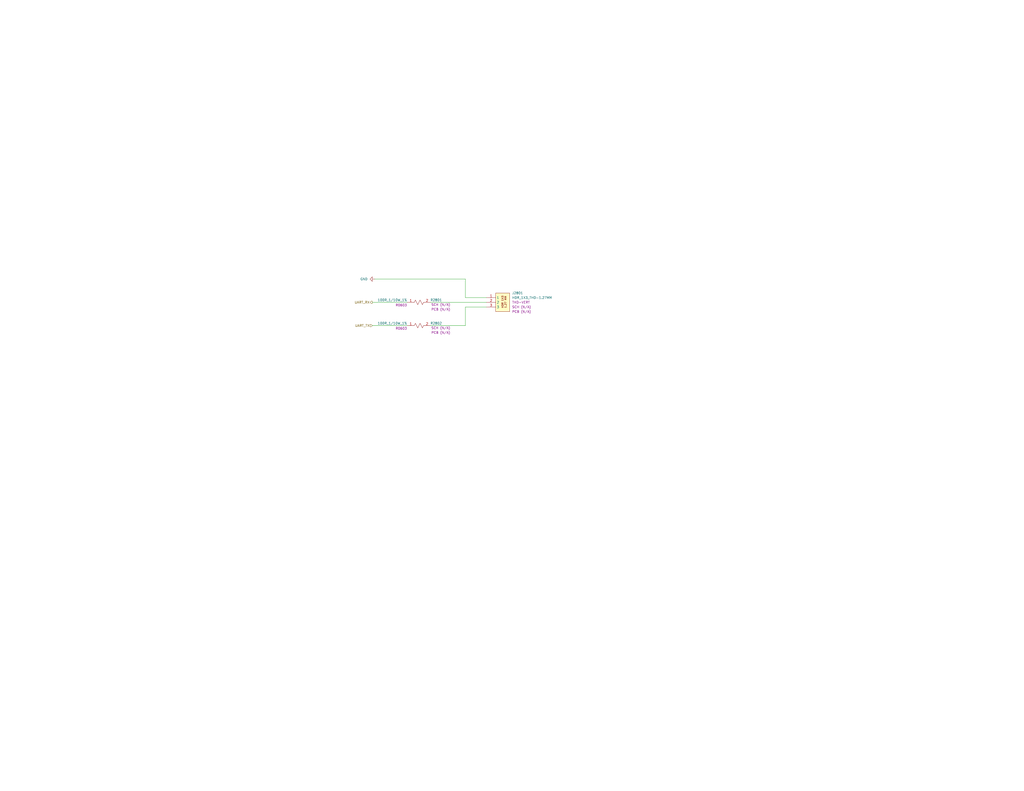
<source format=kicad_sch>
(kicad_sch (version 20231120) (generator "eeschema") (generator_version "8.0")
  (paper "C")
  (title_block (title "Quadcopter") (date "2024-03-17") (rev "01") (company "Mend0z0") (comment 1 "01") (comment 2 "PRELIMINARY") (comment 3 "Siavash Taher Parvar") (comment 8 "N/A") (comment 9 "First Version"))
  (lib_symbols
    (symbol "_SCHLIB_Qcopter:CONN_HDR_1X3_VERT_THD-1.27MM"
      (property "Reference" "J" (at 3.556 4.064 0))
      (property "Value" "HDR_1X3_THD-1.27MM" (at 3.81 6.604 0))
      (property "Package" "THD-VERT" (at 3.556 33.782 0))
      (property "SCH CHECK" "SCH (N/A)" (at 3.556 28.702 0))
      (property "PCB CHECK" "PCB (N/A)" (at 3.556 31.242 0))
      (symbol "CONN_HDR_1X3_VERT_THD-1.27MM_1_1"
        (rectangle (start 5.08 0) (end 12.7 -10.16) (fill (type background)))
        (text "HDR 1X3\n1.27 MM" (at 9.652 -4.826 900) (effects (font (size 1.016 1.016))))
        (pin passive line (at 0 -2.54 0) (length 5.08) (name "1") (number "1"))
        (pin passive line (at 0 -5.08 0) (length 5.08) (name "2") (number "2"))
        (pin passive line (at 0 -7.62 0) (length 5.08) (name "3") (number "3"))
      )
    )
    (symbol "_SCHLIB_Qcopter:RES_100R_1/10W_1%_R0603"
      (property "Reference" "R" (at 3.556 4.064 0))
      (property "Value" "100R_1/10W_1%" (at 3.556 6.604 0))
      (property "Package" "R0603" (at 3.81 35.306 0))
      (property "SCH CHECK" "SCH (N/A)" (at 3.81 29.972 0))
      (property "PCB CHECK" "PCB (N/A)" (at 3.81 32.512 0))
      (symbol "RES_100R_1/10W_1%_R0603_0_0"
        (polyline (pts (xy 3.81 0) (xy 4.445 1.27) (xy 5.715 -1.27) (xy 6.985 1.27) (xy 8.255 -1.27) (xy 8.89 0)))
      )
      (symbol "RES_100R_1/10W_1%_R0603_1_1"
        (pin passive line (at 0 0 0) (length 3.81) (name "") (number "1"))
        (pin passive line (at 12.7 0 180) (length 3.81) (name "") (number "2"))
      )
    )
    (symbol "power:GND" (power) (pin_numbers hide) (pin_names (offset 0) hide)
      (property "Value" "GND" (at 0 -3.81 0))
      (symbol "GND_0_1"
        (polyline (pts (xy 0 0) (xy 0 -1.27) (xy 1.27 -1.27) (xy 0 -2.54) (xy -1.27 -1.27) (xy 0 -1.27)))
      )
      (symbol "GND_1_1"
        (pin power_in line (at 0 0 270) (length 0) (name "~") (number "1"))
      )
    )
  )
  (wire (pts (xy 254 152.4) (xy 254 162.56)))
  (wire (pts (xy 254 177.8) (xy 254 167.64)))
  (wire (pts (xy 204.47 152.4) (xy 254 152.4)))
  (wire (pts (xy 234.95 177.8) (xy 254 177.8)))
  (wire (pts (xy 203.2 165.1) (xy 222.25 165.1)))
  (wire (pts (xy 234.95 165.1) (xy 265.43 165.1)))
  (wire (pts (xy 254 162.56) (xy 265.43 162.56)))
  (wire (pts (xy 254 167.64) (xy 265.43 167.64)))
  (wire (pts (xy 203.2 177.8) (xy 222.25 177.8)))
  (hierarchical_label "UART_RX" (shape output) (at 203.2 165.1 180))
  (hierarchical_label "UART_TX" (shape input) (at 203.2 177.8 180))
  (symbol (lib_id "_SCHLIB_Qcopter:CONN_HDR_1X3_VERT_THD-1.27MM") (at 265.43 160.02 0) (unit 1)
    (property "Reference" "J2801" (at 279.4 160.0199 0) (effects (justify left)))
    (property "Value" "HDR_1X3_THD-1.27MM" (at 279.4 162.5599 0) (effects (justify left)))
    (property "Footprint" "Connector_PinHeader_1.27mm:PinHeader_1x03_P1.27mm_Vertical" (effects (hide yes)))
    (property "Datasheet" "https://app.adam-tech.com/products/download/data_sheet/199953/hph1-b-xx-ua-data-sheet.pdf" (effects (hide yes)))
    (property "Description" "Connector Header Through Hole 3 position 0.050\" (1.27mm)" (effects (hide yes)))
    (property "Package" "THD-VERT" (at 279.4 165.0999 0) (effects (justify left)))
    (property "Part Number (Manufacturer)" "HPH1-B-03-UA" (effects (hide yes)))
    (property "Manufacturer" "Adam Tech" (effects (hide yes)))
    (property "Part Number (Vendor)" "2057-HPH1-B-03-UA-ND" (effects (hide yes)))
    (property "Vendor" "Digikey" (effects (hide yes)))
    (property "Purchase Link" "https://www.digikey.ca/en/products/detail/adam-tech/HPH1-B-03-UA/9831285" (effects (hide yes)))
    (property "SCH CHECK" "SCH (N/A)" (at 279.4 167.6399 0) (effects (justify left)))
    (property "PCB CHECK" "PCB (N/A)" (at 279.4 170.1799 0) (effects (justify left)))
  )
  (symbol (lib_id "power:GND") (at 204.47 152.4 270) (unit 1)
    (property "Reference" "#PWR02801" (effects (hide yes)))
    (property "Value" "GND" (at 200.66 152.3999 90) (effects (justify right)))
    (property "Description" "Power symbol creates a global label with name \"GND\" , ground" (effects (hide yes)))
  )
  (symbol (lib_id "_SCHLIB_Qcopter:RES_100R_1/10W_1%_R0603") (at 222.25 165.1 0) (unit 1)
    (property "Reference" "R2801" (at 237.998 163.83 0))
    (property "Value" "100R_1/10W_1%" (at 214.122 163.83 0))
    (property "Footprint" "Resistor_SMD:R_0603_1608Metric" (effects (hide yes)))
    (property "Datasheet" "https://www.seielect.com/catalog/sei-rmcf_rmcp.pdf" (effects (hide yes)))
    (property "Description" "100 Ohms ±1% 0.1W, 1/10W Chip Resistor 0603 (1608 Metric) Automotive AEC-Q200 Thick Film" (effects (hide yes)))
    (property "Package" "R0603" (at 218.948 166.624 0))
    (property "Part Number (Manufacturer)" "RMCF0603FT100R" (effects (hide yes)))
    (property "Manufacturer" "Stackpole Electronics Inc" (effects (hide yes)))
    (property "Part Number (Vendor)" "RMCF0603FT100RTR-ND" (effects (hide yes)))
    (property "Vendor" "Digikey" (effects (hide yes)))
    (property "Purchase Link" "https://www.digikey.ca/en/products/detail/stackpole-electronics-inc/RMCF0603FT100R/1761113" (effects (hide yes)))
    (property "SCH CHECK" "SCH (N/A)" (at 240.538 166.37 0))
    (property "PCB CHECK" "PCB (N/A)" (at 240.538 168.91 0))
  )
  (symbol (lib_id "_SCHLIB_Qcopter:RES_100R_1/10W_1%_R0603") (at 222.25 177.8 0) (unit 1)
    (property "Reference" "R2802" (at 237.998 176.53 0))
    (property "Value" "100R_1/10W_1%" (at 214.122 176.53 0))
    (property "Footprint" "Resistor_SMD:R_0603_1608Metric" (effects (hide yes)))
    (property "Datasheet" "https://www.seielect.com/catalog/sei-rmcf_rmcp.pdf" (effects (hide yes)))
    (property "Description" "100 Ohms ±1% 0.1W, 1/10W Chip Resistor 0603 (1608 Metric) Automotive AEC-Q200 Thick Film" (effects (hide yes)))
    (property "Package" "R0603" (at 218.948 179.324 0))
    (property "Part Number (Manufacturer)" "RMCF0603FT100R" (effects (hide yes)))
    (property "Manufacturer" "Stackpole Electronics Inc" (effects (hide yes)))
    (property "Part Number (Vendor)" "RMCF0603FT100RTR-ND" (effects (hide yes)))
    (property "Vendor" "Digikey" (effects (hide yes)))
    (property "Purchase Link" "https://www.digikey.ca/en/products/detail/stackpole-electronics-inc/RMCF0603FT100R/1761113" (effects (hide yes)))
    (property "SCH CHECK" "SCH (N/A)" (at 240.538 179.07 0))
    (property "PCB CHECK" "PCB (N/A)" (at 240.538 181.61 0))
  )
)
</source>
